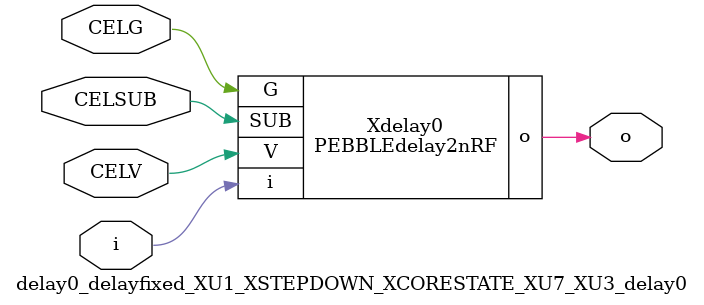
<source format=v>



module PEBBLEdelay2nRF ( o, V, G, i, SUB );

  input V;
  input i;
  input G;
  output o;
  input SUB;
endmodule

//Celera Confidential Do Not Copy delay0_delayfixed_XU1_XSTEPDOWN_XCORESTATE_XU7_XU3_delay0
//TYPE: fixed 2ns
module delay0_delayfixed_XU1_XSTEPDOWN_XCORESTATE_XU7_XU3_delay0 (i, CELV, o,
CELG,CELSUB);
input CELV;
input i;
output o;
input CELSUB;
input CELG;

//Celera Confidential Do Not Copy delayfast0
PEBBLEdelay2nRF Xdelay0(
.V (CELV),
.i (i),
.o (o),
.G (CELG),
.SUB (CELSUB)
);
//,diesize,PEBBLEdelay2nRF

//Celera Confidential Do Not Copy Module End
//Celera Schematic Generator
endmodule

</source>
